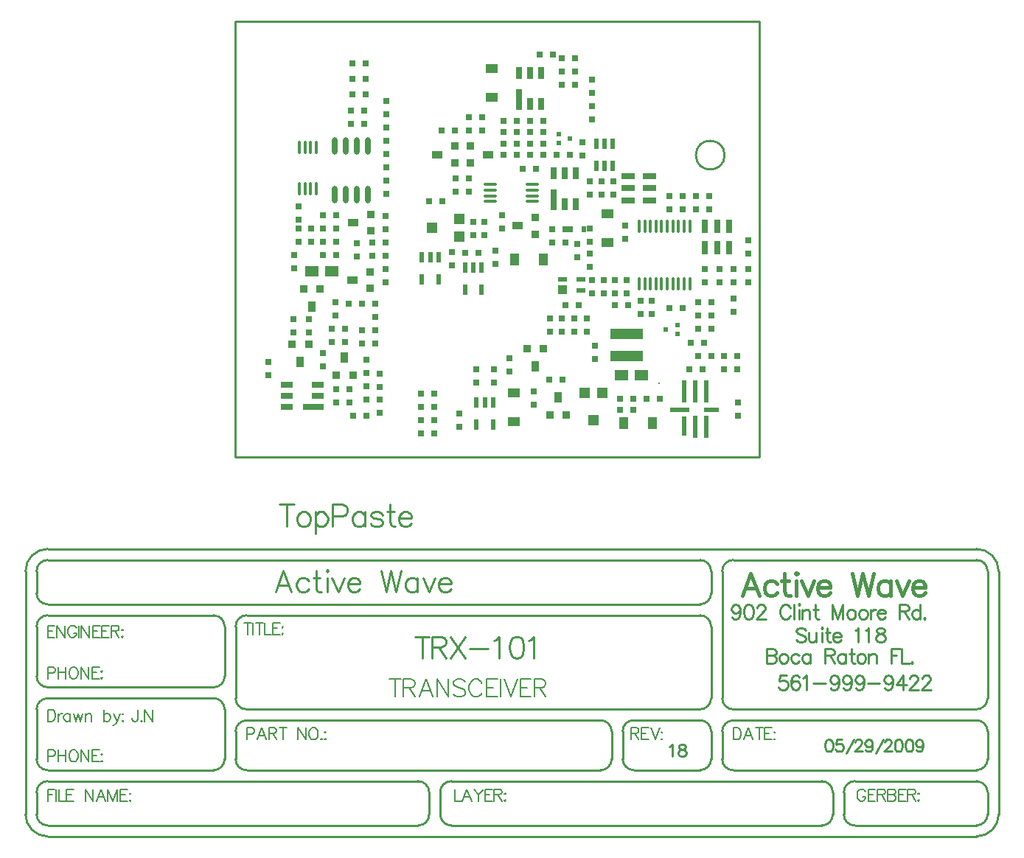
<source format=gtp>
%FSLAX23Y23*%
%MOIN*%
G70*
G01*
G75*
G04 Layer_Color=8421504*
%ADD10R,0.030X0.030*%
%ADD11R,0.030X0.030*%
%ADD12R,0.025X0.055*%
%ADD13R,0.025X0.095*%
%ADD14R,0.040X0.055*%
%ADD15R,0.055X0.040*%
%ADD16R,0.036X0.050*%
%ADD17R,0.036X0.036*%
%ADD18R,0.060X0.050*%
%ADD19R,0.150X0.050*%
%ADD20C,0.012*%
%ADD21R,0.024X0.024*%
%ADD22R,0.036X0.036*%
%ADD23R,0.050X0.036*%
%ADD24R,0.047X0.047*%
%ADD25R,0.047X0.047*%
%ADD26R,0.039X0.039*%
%ADD27R,0.039X0.020*%
%ADD28O,0.016X0.060*%
%ADD29R,0.020X0.050*%
%ADD30O,0.016X0.060*%
%ADD31O,0.024X0.080*%
%ADD32O,0.060X0.016*%
%ADD33R,0.059X0.031*%
%ADD34R,0.031X0.059*%
%ADD35R,0.090X0.024*%
%ADD36R,0.024X0.100*%
%ADD37R,0.070X0.024*%
%ADD38R,0.024X0.090*%
%ADD39R,0.055X0.025*%
%ADD40R,0.095X0.025*%
%ADD41R,0.020X0.030*%
%ADD42C,0.014*%
%ADD43C,0.012*%
%ADD44C,0.010*%
%ADD45C,0.030*%
%ADD46C,0.020*%
%ADD47C,0.008*%
%ADD48C,0.009*%
%ADD49C,0.005*%
%ADD50C,0.015*%
%ADD51C,0.045*%
%ADD52C,0.075*%
%ADD53C,0.140*%
%ADD54C,0.060*%
%ADD55C,0.062*%
%ADD56R,0.062X0.062*%
%ADD57C,0.110*%
%ADD58C,0.022*%
%ADD59C,0.010*%
%ADD60C,0.006*%
D10*
X480Y1720D02*
D03*
X540D02*
D03*
X480Y1650D02*
D03*
X540D02*
D03*
X480Y1580D02*
D03*
X540D02*
D03*
X1668Y625D02*
D03*
X1728D02*
D03*
X1008Y1414D02*
D03*
X1068D02*
D03*
X1689Y202D02*
D03*
X1749D02*
D03*
X1811D02*
D03*
X1871D02*
D03*
X1912Y611D02*
D03*
X1972D02*
D03*
X2003Y335D02*
D03*
X2063D02*
D03*
X2045Y520D02*
D03*
X2105D02*
D03*
X406Y1033D02*
D03*
X346D02*
D03*
X406Y853D02*
D03*
X346D02*
D03*
Y973D02*
D03*
X406D02*
D03*
X408Y246D02*
D03*
X468D02*
D03*
X1488Y1621D02*
D03*
X1428D02*
D03*
X1463Y1304D02*
D03*
X1403D02*
D03*
X1343Y1458D02*
D03*
X1283D02*
D03*
X1343Y1356D02*
D03*
X1283D02*
D03*
X1163Y1304D02*
D03*
X1223D02*
D03*
X2105Y640D02*
D03*
X2045D02*
D03*
X850Y165D02*
D03*
X790D02*
D03*
X850Y225D02*
D03*
X790D02*
D03*
X850Y105D02*
D03*
X790D02*
D03*
Y45D02*
D03*
X850D02*
D03*
X1505Y624D02*
D03*
X1445D02*
D03*
X2042Y396D02*
D03*
X2102D02*
D03*
X447Y460D02*
D03*
X387D02*
D03*
X406Y913D02*
D03*
X346D02*
D03*
X1283Y1304D02*
D03*
X1343D02*
D03*
X1430Y290D02*
D03*
X1370D02*
D03*
X1749Y151D02*
D03*
X1689D02*
D03*
X989Y861D02*
D03*
X1049D02*
D03*
X2221Y336D02*
D03*
X2161D02*
D03*
X2011Y456D02*
D03*
X2071D02*
D03*
X2161Y396D02*
D03*
X2221D02*
D03*
X2105Y580D02*
D03*
X2045D02*
D03*
X387Y520D02*
D03*
X447D02*
D03*
X464Y632D02*
D03*
X524D02*
D03*
X468Y186D02*
D03*
X408D02*
D03*
X569Y908D02*
D03*
X629D02*
D03*
X543Y126D02*
D03*
X483D02*
D03*
X1163Y1458D02*
D03*
X1223D02*
D03*
X1343Y1408D02*
D03*
X1283D02*
D03*
X1223D02*
D03*
X1163D02*
D03*
X1311Y1242D02*
D03*
X1251D02*
D03*
X1163Y1355D02*
D03*
X1223D02*
D03*
X1068Y1474D02*
D03*
X1008D02*
D03*
X882Y1414D02*
D03*
X942D02*
D03*
X1327Y1759D02*
D03*
X1387D02*
D03*
X888Y1096D02*
D03*
X828D02*
D03*
X629Y848D02*
D03*
X569D02*
D03*
D11*
X475Y1445D02*
D03*
Y1505D02*
D03*
X535Y1445D02*
D03*
Y1505D02*
D03*
X635Y1370D02*
D03*
Y1430D02*
D03*
Y1550D02*
D03*
Y1490D02*
D03*
X2075Y790D02*
D03*
Y730D02*
D03*
X2205Y655D02*
D03*
Y595D02*
D03*
Y730D02*
D03*
Y790D02*
D03*
X2270D02*
D03*
Y730D02*
D03*
X2140Y790D02*
D03*
Y730D02*
D03*
X2270Y920D02*
D03*
Y860D02*
D03*
X635Y1250D02*
D03*
Y1310D02*
D03*
X1616Y738D02*
D03*
Y678D02*
D03*
X1720D02*
D03*
Y738D02*
D03*
X1565Y678D02*
D03*
Y738D02*
D03*
X1784Y587D02*
D03*
Y647D02*
D03*
X1715Y927D02*
D03*
Y987D02*
D03*
X1912Y1058D02*
D03*
Y1118D02*
D03*
X1078Y942D02*
D03*
Y1002D02*
D03*
X1835Y587D02*
D03*
Y647D02*
D03*
X1552Y911D02*
D03*
Y971D02*
D03*
X1972Y1058D02*
D03*
Y1118D02*
D03*
X1578Y443D02*
D03*
Y383D02*
D03*
X1540Y564D02*
D03*
Y504D02*
D03*
X2032Y1058D02*
D03*
Y1118D02*
D03*
X2223Y184D02*
D03*
Y124D02*
D03*
X216Y793D02*
D03*
Y853D02*
D03*
X524Y452D02*
D03*
Y512D02*
D03*
X584D02*
D03*
Y452D02*
D03*
X542Y318D02*
D03*
Y378D02*
D03*
X603Y315D02*
D03*
Y255D02*
D03*
Y198D02*
D03*
Y138D02*
D03*
X1442Y970D02*
D03*
Y910D02*
D03*
X1661Y1184D02*
D03*
Y1124D02*
D03*
X1520Y1303D02*
D03*
Y1363D02*
D03*
X1428Y1741D02*
D03*
Y1681D02*
D03*
X236Y1013D02*
D03*
Y1073D02*
D03*
X1157Y1031D02*
D03*
Y971D02*
D03*
X1496Y843D02*
D03*
Y903D02*
D03*
X1428Y564D02*
D03*
Y504D02*
D03*
X1563Y1525D02*
D03*
Y1465D02*
D03*
X1606Y1184D02*
D03*
Y1124D02*
D03*
X1667Y678D02*
D03*
Y738D02*
D03*
X584Y572D02*
D03*
Y632D02*
D03*
X542Y258D02*
D03*
Y198D02*
D03*
X236Y912D02*
D03*
Y972D02*
D03*
X292Y912D02*
D03*
Y972D02*
D03*
X1564Y1585D02*
D03*
Y1645D02*
D03*
X1554Y1124D02*
D03*
Y1184D02*
D03*
X1552Y798D02*
D03*
Y858D02*
D03*
X2092Y1058D02*
D03*
Y1118D02*
D03*
X1028Y942D02*
D03*
Y1002D02*
D03*
X1484Y564D02*
D03*
Y504D02*
D03*
X1128Y871D02*
D03*
Y811D02*
D03*
X1372Y564D02*
D03*
Y504D02*
D03*
X930Y866D02*
D03*
Y806D02*
D03*
X1190Y325D02*
D03*
Y385D02*
D03*
X1300Y235D02*
D03*
Y175D02*
D03*
X214Y503D02*
D03*
Y563D02*
D03*
X283D02*
D03*
Y503D02*
D03*
X404Y640D02*
D03*
Y580D02*
D03*
X347Y348D02*
D03*
Y408D02*
D03*
X629Y728D02*
D03*
Y788D02*
D03*
X499Y907D02*
D03*
Y847D02*
D03*
X101Y308D02*
D03*
Y368D02*
D03*
X1488Y1681D02*
D03*
Y1741D02*
D03*
X1120Y335D02*
D03*
Y275D02*
D03*
X948Y1198D02*
D03*
Y1138D02*
D03*
X1382Y910D02*
D03*
Y970D02*
D03*
X629Y970D02*
D03*
Y1030D02*
D03*
X1040Y275D02*
D03*
Y335D02*
D03*
X964Y137D02*
D03*
Y77D02*
D03*
X1008Y1198D02*
D03*
Y1138D02*
D03*
X635Y1130D02*
D03*
Y1190D02*
D03*
D12*
X1390Y1221D02*
D03*
X1490D02*
D03*
X1440D02*
D03*
X1490Y1081D02*
D03*
X1440D02*
D03*
X1233Y1675D02*
D03*
X1333D02*
D03*
X1283D02*
D03*
X1333Y1535D02*
D03*
X1283D02*
D03*
D13*
X1390Y1101D02*
D03*
X1233Y1555D02*
D03*
D14*
X1344Y831D02*
D03*
X1214D02*
D03*
X1708Y92D02*
D03*
X1838D02*
D03*
D15*
X1632Y1038D02*
D03*
Y908D02*
D03*
X1210Y100D02*
D03*
Y230D02*
D03*
X1109Y1696D02*
D03*
Y1566D02*
D03*
D16*
X1307Y350D02*
D03*
X1410Y210D02*
D03*
X245Y369D02*
D03*
X296Y619D02*
D03*
X445Y390D02*
D03*
D17*
X1270Y430D02*
D03*
X1345D02*
D03*
X1447Y130D02*
D03*
X1372D02*
D03*
X208Y449D02*
D03*
X283D02*
D03*
X259Y699D02*
D03*
X334D02*
D03*
X482Y310D02*
D03*
X407D02*
D03*
D18*
X1697Y310D02*
D03*
X1787D02*
D03*
X296Y778D02*
D03*
X386D02*
D03*
D19*
X1719Y497D02*
D03*
Y397D02*
D03*
D20*
X1893Y513D02*
D03*
X1868Y272D02*
D03*
X1463Y1379D02*
D03*
X1488Y1621D02*
D03*
D21*
X1949Y535D02*
D03*
Y496D02*
D03*
X1898Y515D02*
D03*
X1412Y1360D02*
D03*
Y1399D02*
D03*
X1463Y1379D02*
D03*
D22*
X559Y777D02*
D03*
Y702D02*
D03*
X1013Y1269D02*
D03*
Y1344D02*
D03*
X942Y1344D02*
D03*
Y1269D02*
D03*
X564Y1037D02*
D03*
Y962D02*
D03*
X1307Y946D02*
D03*
Y1021D02*
D03*
D23*
X479Y740D02*
D03*
X1093Y1306D02*
D03*
X862Y1307D02*
D03*
X484Y1000D02*
D03*
X1227Y984D02*
D03*
D24*
X841Y975D02*
D03*
X963Y1015D02*
D03*
Y936D02*
D03*
D25*
X1570Y106D02*
D03*
X1531Y228D02*
D03*
X1609D02*
D03*
D26*
X1429Y697D02*
D03*
D27*
Y743D02*
D03*
X1515D02*
D03*
Y692D02*
D03*
D28*
X1776Y983D02*
D03*
X1930Y983D02*
D03*
X1955D02*
D03*
X1981D02*
D03*
X2006D02*
D03*
Y723D02*
D03*
X1955D02*
D03*
X1930D02*
D03*
X1904D02*
D03*
X1878D02*
D03*
X1853D02*
D03*
X1827D02*
D03*
X1802D02*
D03*
X1776D02*
D03*
X1904Y983D02*
D03*
X1827D02*
D03*
X1853D02*
D03*
X1878D02*
D03*
X1802D02*
D03*
X1981Y723D02*
D03*
D29*
X794Y841D02*
D03*
X832D02*
D03*
X794Y741D02*
D03*
X869Y841D02*
D03*
Y741D02*
D03*
X989Y795D02*
D03*
X1027D02*
D03*
X989Y695D02*
D03*
X1064Y795D02*
D03*
Y695D02*
D03*
X1658Y1254D02*
D03*
X1620D02*
D03*
X1658Y1354D02*
D03*
X1583Y1254D02*
D03*
Y1354D02*
D03*
X1620D02*
D03*
X1041Y187D02*
D03*
X1079D02*
D03*
X1041Y87D02*
D03*
X1116Y187D02*
D03*
Y87D02*
D03*
D30*
X317Y1152D02*
D03*
X291Y1339D02*
D03*
X266D02*
D03*
X317D02*
D03*
X240Y1152D02*
D03*
X266D02*
D03*
X240Y1339D02*
D03*
X291Y1152D02*
D03*
D31*
X551Y1125D02*
D03*
X451Y1345D02*
D03*
X551D02*
D03*
X501D02*
D03*
X401D02*
D03*
X501Y1125D02*
D03*
X451D02*
D03*
X401D02*
D03*
D32*
X1105Y1094D02*
D03*
X1292Y1120D02*
D03*
Y1146D02*
D03*
Y1094D02*
D03*
X1105Y1171D02*
D03*
Y1146D02*
D03*
X1292Y1171D02*
D03*
X1105Y1120D02*
D03*
D33*
X1726Y1154D02*
D03*
Y1209D02*
D03*
Y1098D02*
D03*
X1824Y1154D02*
D03*
Y1209D02*
D03*
Y1098D02*
D03*
D34*
X2129Y983D02*
D03*
X2184D02*
D03*
X2074D02*
D03*
X2129Y885D02*
D03*
X2184D02*
D03*
X2074D02*
D03*
D35*
X1961Y153D02*
D03*
D36*
X1981Y236D02*
D03*
X2031D02*
D03*
X2080Y237D02*
D03*
X2081Y74D02*
D03*
X2031D02*
D03*
D37*
X2103Y153D02*
D03*
D38*
X1981Y79D02*
D03*
D39*
X184Y167D02*
D03*
Y267D02*
D03*
Y217D02*
D03*
X324Y267D02*
D03*
Y217D02*
D03*
D40*
X304Y167D02*
D03*
D41*
X1526Y970D02*
D03*
X1468D02*
D03*
D44*
X183Y-275D02*
Y-375D01*
X150Y-275D02*
X217D01*
X252Y-308D02*
X243Y-313D01*
X233Y-323D01*
X229Y-337D01*
Y-346D01*
X233Y-361D01*
X243Y-370D01*
X252Y-375D01*
X267D01*
X276Y-370D01*
X286Y-361D01*
X290Y-346D01*
Y-337D01*
X286Y-323D01*
X276Y-313D01*
X267Y-308D01*
X252D01*
X312D02*
Y-408D01*
Y-323D02*
X322Y-313D01*
X331Y-308D01*
X346D01*
X355Y-313D01*
X365Y-323D01*
X369Y-337D01*
Y-346D01*
X365Y-361D01*
X355Y-370D01*
X346Y-375D01*
X331D01*
X322Y-370D01*
X312Y-361D01*
X391Y-327D02*
X434D01*
X448Y-323D01*
X453Y-318D01*
X458Y-308D01*
Y-294D01*
X453Y-285D01*
X448Y-280D01*
X434Y-275D01*
X391D01*
Y-375D01*
X537Y-308D02*
Y-375D01*
Y-323D02*
X528Y-313D01*
X518Y-308D01*
X504D01*
X494Y-313D01*
X485Y-323D01*
X480Y-337D01*
Y-346D01*
X485Y-361D01*
X494Y-370D01*
X504Y-375D01*
X518D01*
X528Y-370D01*
X537Y-361D01*
X616Y-323D02*
X611Y-313D01*
X597Y-308D01*
X583D01*
X568Y-313D01*
X564Y-323D01*
X568Y-332D01*
X578Y-337D01*
X602Y-342D01*
X611Y-346D01*
X616Y-356D01*
Y-361D01*
X611Y-370D01*
X597Y-375D01*
X583D01*
X568Y-370D01*
X564Y-361D01*
X651Y-275D02*
Y-356D01*
X656Y-370D01*
X666Y-375D01*
X675D01*
X637Y-308D02*
X670D01*
X689Y-337D02*
X747D01*
Y-327D01*
X742Y-318D01*
X737Y-313D01*
X727Y-308D01*
X713D01*
X704Y-313D01*
X694Y-323D01*
X689Y-337D01*
Y-346D01*
X694Y-361D01*
X704Y-370D01*
X713Y-375D01*
X727D01*
X737Y-370D01*
X747Y-361D01*
X2163Y1304D02*
G03*
X2163Y1304I-65J0D01*
G01*
X-50Y1910D02*
X2320D01*
Y-60D02*
Y1910D01*
X-50Y-60D02*
X2320D01*
X-50Y-60D02*
Y1910D01*
X3352Y-1301D02*
G03*
X3303Y-1252I-49J0D01*
G01*
X2202D02*
G03*
X2152Y-1302I0J-50D01*
G01*
X3302Y-1202D02*
G03*
X3352Y-1152I0J50D01*
G01*
X2152D02*
G03*
X2202Y-1202I50J0D01*
G01*
X-898Y-477D02*
G03*
X-998Y-577I0J-100D01*
G01*
Y-1676D02*
G03*
X-899Y-1777I101J0D01*
G01*
X3302Y-1777D02*
G03*
X3402Y-1677I0J100D01*
G01*
Y-577D02*
G03*
X3302Y-477I-100J0D01*
G01*
X3352Y-576D02*
G03*
X3301Y-527I-49J0D01*
G01*
X3302Y-1477D02*
G03*
X3352Y-1427I0J50D01*
G01*
X3352Y-1576D02*
G03*
X3302Y-1527I-50J-1D01*
G01*
Y-1727D02*
G03*
X3352Y-1677I0J50D01*
G01*
X2052Y-1477D02*
G03*
X2102Y-1427I0J50D01*
G01*
X2152Y-1428D02*
G03*
X2202Y-1477I49J0D01*
G01*
X2102Y-1301D02*
G03*
X2053Y-1252I-49J0D01*
G01*
X-948Y-1677D02*
G03*
X-899Y-1727I50J0D01*
G01*
X2053Y-1202D02*
G03*
X2102Y-1152I-1J50D01*
G01*
X-898Y-1527D02*
G03*
X-948Y-1577I0J-50D01*
G01*
X2102Y-827D02*
G03*
X2052Y-777I-50J0D01*
G01*
Y-727D02*
G03*
X2102Y-677I0J50D01*
G01*
X2202Y-527D02*
G03*
X2152Y-577I0J-50D01*
G01*
X2102D02*
G03*
X2052Y-527I-50J0D01*
G01*
X-898D02*
G03*
X-948Y-577I0J-50D01*
G01*
Y-677D02*
G03*
X-898Y-727I50J0D01*
G01*
Y-777D02*
G03*
X-948Y-827I0J-50D01*
G01*
Y-1052D02*
G03*
X-898Y-1102I50J0D01*
G01*
Y-1152D02*
G03*
X-948Y-1202I0J-50D01*
G01*
Y-1427D02*
G03*
X-899Y-1477I50J0D01*
G01*
X2Y-777D02*
G03*
X-48Y-827I0J-50D01*
G01*
X2Y-1252D02*
G03*
X-48Y-1302I0J-50D01*
G01*
X1750Y-1252D02*
G03*
X1702Y-1302I0J-48D01*
G01*
X1702Y-1426D02*
G03*
X1752Y-1477I51J0D01*
G01*
X1603Y-1477D02*
G03*
X1652Y-1427I0J49D01*
G01*
X1652Y-1301D02*
G03*
X1603Y-1252I-49J0D01*
G01*
X-147Y-1477D02*
G03*
X-98Y-1428I0J49D01*
G01*
X-48D02*
G03*
X1Y-1477I49J0D01*
G01*
X-48Y-1153D02*
G03*
X1Y-1202I49J0D01*
G01*
X-98Y-1201D02*
G03*
X-149Y-1152I-49J0D01*
G01*
X-146Y-1102D02*
G03*
X-98Y-1054I0J48D01*
G01*
Y-826D02*
G03*
X-147Y-777I-49J0D01*
G01*
X2752Y-1527D02*
G03*
X2702Y-1577I0J-50D01*
G01*
Y-1678D02*
G03*
X2752Y-1727I49J0D01*
G01*
X2603Y-1727D02*
G03*
X2652Y-1677I1J48D01*
G01*
X2652Y-1577D02*
G03*
X2602Y-1527I-50J0D01*
G01*
X877Y-1677D02*
G03*
X926Y-1727I50J0D01*
G01*
X927Y-1527D02*
G03*
X877Y-1577I0J-50D01*
G01*
X778Y-1727D02*
G03*
X827Y-1677I1J48D01*
G01*
X827Y-1577D02*
G03*
X777Y-1527I-50J0D01*
G01*
X3352Y-1427D02*
Y-1301D01*
X2152Y-1427D02*
Y-1302D01*
X3352Y-1152D02*
Y-577D01*
X2152Y-1152D02*
Y-577D01*
X-998Y-1677D02*
Y-577D01*
X-948Y-1677D02*
Y-1577D01*
X3352Y-1677D02*
Y-1577D01*
X2102Y-1427D02*
Y-1302D01*
X1702Y-1427D02*
Y-1302D01*
X-48Y-1427D02*
Y-1302D01*
X1652Y-1427D02*
Y-1302D01*
X-48Y-1152D02*
Y-827D01*
X2102Y-1152D02*
Y-827D01*
Y-677D02*
Y-577D01*
X-948Y-677D02*
Y-577D01*
X-98Y-1052D02*
Y-827D01*
X-948Y-1052D02*
Y-827D01*
X-98Y-1427D02*
Y-1202D01*
X-948Y-1427D02*
Y-1202D01*
X3402Y-1677D02*
Y-577D01*
X2702Y-1677D02*
Y-1577D01*
X2652Y-1677D02*
Y-1577D01*
X877Y-1677D02*
Y-1577D01*
X827Y-1677D02*
Y-1577D01*
X2202Y-1252D02*
X3302D01*
X2202Y-1202D02*
X3302D01*
X2D02*
X2052D01*
X2202Y-527D02*
X3302D01*
X2202Y-1477D02*
X3302D01*
X1752Y-1252D02*
X2052D01*
X1752Y-1477D02*
X2052D01*
X2D02*
X1602D01*
X2Y-1252D02*
X1602D01*
X2Y-777D02*
X2052D01*
X-898Y-727D02*
X2052D01*
X-898Y-777D02*
X-148D01*
X-898Y-1102D02*
X-148D01*
X-898Y-1152D02*
X-148D01*
X-898Y-1477D02*
X-148D01*
X-898Y-477D02*
X3302D01*
X-898Y-1777D02*
X3302D01*
X-898Y-527D02*
X2052D01*
X2752Y-1527D02*
X3302D01*
X2752Y-1727D02*
X3302D01*
X927Y-1527D02*
X2602D01*
X-898D02*
X777D01*
X-898Y-1727D02*
X777D01*
X927D02*
X2602D01*
X2353Y-929D02*
Y-993D01*
Y-929D02*
X2380D01*
X2389Y-932D01*
X2392Y-935D01*
X2396Y-941D01*
Y-947D01*
X2392Y-953D01*
X2389Y-956D01*
X2380Y-959D01*
X2353D02*
X2380D01*
X2389Y-962D01*
X2392Y-965D01*
X2396Y-971D01*
Y-981D01*
X2392Y-987D01*
X2389Y-990D01*
X2380Y-993D01*
X2353D01*
X2425Y-950D02*
X2419Y-953D01*
X2413Y-959D01*
X2410Y-968D01*
Y-974D01*
X2413Y-984D01*
X2419Y-990D01*
X2425Y-993D01*
X2434D01*
X2440Y-990D01*
X2446Y-984D01*
X2449Y-974D01*
Y-968D01*
X2446Y-959D01*
X2440Y-953D01*
X2434Y-950D01*
X2425D01*
X2500Y-959D02*
X2494Y-953D01*
X2488Y-950D01*
X2479D01*
X2473Y-953D01*
X2467Y-959D01*
X2463Y-968D01*
Y-974D01*
X2467Y-984D01*
X2473Y-990D01*
X2479Y-993D01*
X2488D01*
X2494Y-990D01*
X2500Y-984D01*
X2550Y-950D02*
Y-993D01*
Y-959D02*
X2544Y-953D01*
X2538Y-950D01*
X2529D01*
X2523Y-953D01*
X2517Y-959D01*
X2514Y-968D01*
Y-974D01*
X2517Y-984D01*
X2523Y-990D01*
X2529Y-993D01*
X2538D01*
X2544Y-990D01*
X2550Y-984D01*
X2618Y-929D02*
Y-993D01*
Y-929D02*
X2645D01*
X2654Y-932D01*
X2657Y-935D01*
X2660Y-941D01*
Y-947D01*
X2657Y-953D01*
X2654Y-956D01*
X2645Y-959D01*
X2618D01*
X2639D02*
X2660Y-993D01*
X2711Y-950D02*
Y-993D01*
Y-959D02*
X2705Y-953D01*
X2699Y-950D01*
X2690D01*
X2684Y-953D01*
X2678Y-959D01*
X2675Y-968D01*
Y-974D01*
X2678Y-984D01*
X2684Y-990D01*
X2690Y-993D01*
X2699D01*
X2705Y-990D01*
X2711Y-984D01*
X2737Y-929D02*
Y-981D01*
X2740Y-990D01*
X2747Y-993D01*
X2753D01*
X2728Y-950D02*
X2750D01*
X2777D02*
X2771Y-953D01*
X2765Y-959D01*
X2762Y-968D01*
Y-974D01*
X2765Y-984D01*
X2771Y-990D01*
X2777Y-993D01*
X2786D01*
X2792Y-990D01*
X2798Y-984D01*
X2801Y-974D01*
Y-968D01*
X2798Y-959D01*
X2792Y-953D01*
X2786Y-950D01*
X2777D01*
X2815D02*
Y-993D01*
Y-962D02*
X2825Y-953D01*
X2831Y-950D01*
X2840D01*
X2846Y-953D01*
X2849Y-962D01*
Y-993D01*
X2916Y-929D02*
Y-993D01*
Y-929D02*
X2956D01*
X2916Y-959D02*
X2940D01*
X2963Y-929D02*
Y-993D01*
X2999D01*
X3009Y-987D02*
X3006Y-990D01*
X3009Y-993D01*
X3013Y-990D01*
X3009Y-987D01*
X2232Y-750D02*
X2229Y-759D01*
X2223Y-765D01*
X2214Y-768D01*
X2211D01*
X2202Y-765D01*
X2196Y-759D01*
X2193Y-750D01*
Y-747D01*
X2196Y-738D01*
X2202Y-732D01*
X2211Y-729D01*
X2214D01*
X2223Y-732D01*
X2229Y-738D01*
X2232Y-750D01*
Y-765D01*
X2229Y-781D01*
X2223Y-790D01*
X2214Y-793D01*
X2208D01*
X2199Y-790D01*
X2196Y-784D01*
X2268Y-729D02*
X2259Y-732D01*
X2253Y-741D01*
X2250Y-756D01*
Y-765D01*
X2253Y-781D01*
X2259Y-790D01*
X2268Y-793D01*
X2274D01*
X2283Y-790D01*
X2289Y-781D01*
X2292Y-765D01*
Y-756D01*
X2289Y-741D01*
X2283Y-732D01*
X2274Y-729D01*
X2268D01*
X2310Y-744D02*
Y-741D01*
X2313Y-735D01*
X2316Y-732D01*
X2322Y-729D01*
X2334D01*
X2340Y-732D01*
X2343Y-735D01*
X2346Y-741D01*
Y-747D01*
X2343Y-753D01*
X2337Y-762D01*
X2307Y-793D01*
X2349D01*
X2460Y-744D02*
X2457Y-738D01*
X2451Y-732D01*
X2445Y-729D01*
X2432D01*
X2426Y-732D01*
X2420Y-738D01*
X2417Y-744D01*
X2414Y-753D01*
Y-768D01*
X2417Y-777D01*
X2420Y-784D01*
X2426Y-790D01*
X2432Y-793D01*
X2445D01*
X2451Y-790D01*
X2457Y-784D01*
X2460Y-777D01*
X2478Y-729D02*
Y-793D01*
X2497Y-729D02*
X2500Y-732D01*
X2503Y-729D01*
X2500Y-726D01*
X2497Y-729D01*
X2500Y-750D02*
Y-793D01*
X2515Y-750D02*
Y-793D01*
Y-762D02*
X2524Y-753D01*
X2530Y-750D01*
X2539D01*
X2545Y-753D01*
X2548Y-762D01*
Y-793D01*
X2574Y-729D02*
Y-781D01*
X2577Y-790D01*
X2583Y-793D01*
X2589D01*
X2565Y-750D02*
X2586D01*
X2649Y-729D02*
Y-793D01*
Y-729D02*
X2673Y-793D01*
X2697Y-729D02*
X2673Y-793D01*
X2697Y-729D02*
Y-793D01*
X2731Y-750D02*
X2725Y-753D01*
X2719Y-759D01*
X2716Y-768D01*
Y-774D01*
X2719Y-784D01*
X2725Y-790D01*
X2731Y-793D01*
X2740D01*
X2746Y-790D01*
X2752Y-784D01*
X2755Y-774D01*
Y-768D01*
X2752Y-759D01*
X2746Y-753D01*
X2740Y-750D01*
X2731D01*
X2785D02*
X2778Y-753D01*
X2772Y-759D01*
X2769Y-768D01*
Y-774D01*
X2772Y-784D01*
X2778Y-790D01*
X2785Y-793D01*
X2794D01*
X2800Y-790D01*
X2806Y-784D01*
X2809Y-774D01*
Y-768D01*
X2806Y-759D01*
X2800Y-753D01*
X2794Y-750D01*
X2785D01*
X2823D02*
Y-793D01*
Y-768D02*
X2826Y-759D01*
X2832Y-753D01*
X2838Y-750D01*
X2847D01*
X2853Y-768D02*
X2890D01*
Y-762D01*
X2887Y-756D01*
X2884Y-753D01*
X2878Y-750D01*
X2868D01*
X2862Y-753D01*
X2856Y-759D01*
X2853Y-768D01*
Y-774D01*
X2856Y-784D01*
X2862Y-790D01*
X2868Y-793D01*
X2878D01*
X2884Y-790D01*
X2890Y-784D01*
X2954Y-729D02*
Y-793D01*
Y-729D02*
X2981D01*
X2990Y-732D01*
X2993Y-735D01*
X2996Y-741D01*
Y-747D01*
X2993Y-753D01*
X2990Y-756D01*
X2981Y-759D01*
X2954D01*
X2975D02*
X2996Y-793D01*
X3047Y-729D02*
Y-793D01*
Y-759D02*
X3041Y-753D01*
X3035Y-750D01*
X3026D01*
X3020Y-753D01*
X3014Y-759D01*
X3011Y-768D01*
Y-774D01*
X3014Y-784D01*
X3020Y-790D01*
X3026Y-793D01*
X3035D01*
X3041Y-790D01*
X3047Y-784D01*
X3067Y-787D02*
X3064Y-790D01*
X3067Y-793D01*
X3070Y-790D01*
X3067Y-787D01*
X2444Y-1049D02*
X2414D01*
X2411Y-1076D01*
X2414Y-1073D01*
X2423Y-1070D01*
X2432D01*
X2441Y-1073D01*
X2447Y-1079D01*
X2451Y-1088D01*
Y-1094D01*
X2447Y-1104D01*
X2441Y-1110D01*
X2432Y-1113D01*
X2423D01*
X2414Y-1110D01*
X2411Y-1107D01*
X2408Y-1101D01*
X2501Y-1058D02*
X2498Y-1052D01*
X2489Y-1049D01*
X2483D01*
X2474Y-1052D01*
X2468Y-1061D01*
X2465Y-1076D01*
Y-1091D01*
X2468Y-1104D01*
X2474Y-1110D01*
X2483Y-1113D01*
X2486D01*
X2495Y-1110D01*
X2501Y-1104D01*
X2504Y-1094D01*
Y-1091D01*
X2501Y-1082D01*
X2495Y-1076D01*
X2486Y-1073D01*
X2483D01*
X2474Y-1076D01*
X2468Y-1082D01*
X2465Y-1091D01*
X2518Y-1061D02*
X2525Y-1058D01*
X2534Y-1049D01*
Y-1113D01*
X2565Y-1085D02*
X2620D01*
X2679Y-1070D02*
X2676Y-1079D01*
X2670Y-1085D01*
X2660Y-1088D01*
X2657D01*
X2648Y-1085D01*
X2642Y-1079D01*
X2639Y-1070D01*
Y-1067D01*
X2642Y-1058D01*
X2648Y-1052D01*
X2657Y-1049D01*
X2660D01*
X2670Y-1052D01*
X2676Y-1058D01*
X2679Y-1070D01*
Y-1085D01*
X2676Y-1101D01*
X2670Y-1110D01*
X2660Y-1113D01*
X2654D01*
X2645Y-1110D01*
X2642Y-1104D01*
X2736Y-1070D02*
X2733Y-1079D01*
X2727Y-1085D01*
X2717Y-1088D01*
X2714D01*
X2705Y-1085D01*
X2699Y-1079D01*
X2696Y-1070D01*
Y-1067D01*
X2699Y-1058D01*
X2705Y-1052D01*
X2714Y-1049D01*
X2717D01*
X2727Y-1052D01*
X2733Y-1058D01*
X2736Y-1070D01*
Y-1085D01*
X2733Y-1101D01*
X2727Y-1110D01*
X2717Y-1113D01*
X2711D01*
X2702Y-1110D01*
X2699Y-1104D01*
X2793Y-1070D02*
X2790Y-1079D01*
X2784Y-1085D01*
X2774Y-1088D01*
X2771D01*
X2762Y-1085D01*
X2756Y-1079D01*
X2753Y-1070D01*
Y-1067D01*
X2756Y-1058D01*
X2762Y-1052D01*
X2771Y-1049D01*
X2774D01*
X2784Y-1052D01*
X2790Y-1058D01*
X2793Y-1070D01*
Y-1085D01*
X2790Y-1101D01*
X2784Y-1110D01*
X2774Y-1113D01*
X2768D01*
X2759Y-1110D01*
X2756Y-1104D01*
X2810Y-1085D02*
X2865D01*
X2923Y-1070D02*
X2920Y-1079D01*
X2914Y-1085D01*
X2905Y-1088D01*
X2902D01*
X2893Y-1085D01*
X2887Y-1079D01*
X2884Y-1070D01*
Y-1067D01*
X2887Y-1058D01*
X2893Y-1052D01*
X2902Y-1049D01*
X2905D01*
X2914Y-1052D01*
X2920Y-1058D01*
X2923Y-1070D01*
Y-1085D01*
X2920Y-1101D01*
X2914Y-1110D01*
X2905Y-1113D01*
X2899D01*
X2890Y-1110D01*
X2887Y-1104D01*
X2971Y-1049D02*
X2941Y-1091D01*
X2986D01*
X2971Y-1049D02*
Y-1113D01*
X3001Y-1064D02*
Y-1061D01*
X3004Y-1055D01*
X3007Y-1052D01*
X3013Y-1049D01*
X3025D01*
X3031Y-1052D01*
X3034Y-1055D01*
X3037Y-1061D01*
Y-1067D01*
X3034Y-1073D01*
X3028Y-1082D01*
X2998Y-1113D01*
X3040D01*
X3058Y-1064D02*
Y-1061D01*
X3061Y-1055D01*
X3064Y-1052D01*
X3070Y-1049D01*
X3082D01*
X3088Y-1052D01*
X3091Y-1055D01*
X3094Y-1061D01*
Y-1067D01*
X3091Y-1073D01*
X3085Y-1082D01*
X3055Y-1113D01*
X3097D01*
X2531Y-843D02*
X2524Y-837D01*
X2515Y-834D01*
X2503D01*
X2494Y-837D01*
X2488Y-843D01*
Y-849D01*
X2491Y-855D01*
X2494Y-858D01*
X2500Y-861D01*
X2518Y-867D01*
X2524Y-870D01*
X2527Y-873D01*
X2531Y-879D01*
Y-889D01*
X2524Y-895D01*
X2515Y-898D01*
X2503D01*
X2494Y-895D01*
X2488Y-889D01*
X2545Y-855D02*
Y-886D01*
X2548Y-895D01*
X2554Y-898D01*
X2563D01*
X2569Y-895D01*
X2578Y-886D01*
Y-855D02*
Y-898D01*
X2601Y-834D02*
X2604Y-837D01*
X2607Y-834D01*
X2604Y-831D01*
X2601Y-834D01*
X2604Y-855D02*
Y-898D01*
X2628Y-834D02*
Y-886D01*
X2631Y-895D01*
X2637Y-898D01*
X2643D01*
X2619Y-855D02*
X2640D01*
X2652Y-873D02*
X2689D01*
Y-867D01*
X2686Y-861D01*
X2683Y-858D01*
X2676Y-855D01*
X2667D01*
X2661Y-858D01*
X2655Y-864D01*
X2652Y-873D01*
Y-879D01*
X2655Y-889D01*
X2661Y-895D01*
X2667Y-898D01*
X2676D01*
X2683Y-895D01*
X2689Y-889D01*
X2753Y-846D02*
X2759Y-843D01*
X2768Y-834D01*
Y-898D01*
X2800Y-846D02*
X2806Y-843D01*
X2815Y-834D01*
Y-898D01*
X2862Y-834D02*
X2853Y-837D01*
X2850Y-843D01*
Y-849D01*
X2853Y-855D01*
X2859Y-858D01*
X2871Y-861D01*
X2880Y-864D01*
X2886Y-870D01*
X2889Y-876D01*
Y-886D01*
X2886Y-892D01*
X2883Y-895D01*
X2874Y-898D01*
X2862D01*
X2853Y-895D01*
X2850Y-892D01*
X2846Y-886D01*
Y-876D01*
X2850Y-870D01*
X2856Y-864D01*
X2865Y-861D01*
X2877Y-858D01*
X2883Y-855D01*
X2886Y-849D01*
Y-843D01*
X2883Y-837D01*
X2874Y-834D01*
X2862D01*
D47*
X-50Y-60D02*
X-20D01*
X-50D02*
Y-22D01*
Y-60D02*
Y-22D01*
X-490Y-1205D02*
Y-1245D01*
X-492Y-1253D01*
X-495Y-1255D01*
X-500Y-1258D01*
X-505D01*
X-510Y-1255D01*
X-513Y-1253D01*
X-515Y-1245D01*
Y-1240D01*
X-474Y-1253D02*
X-476Y-1255D01*
X-474Y-1258D01*
X-471Y-1255D01*
X-474Y-1253D01*
X-459Y-1205D02*
Y-1258D01*
Y-1205D02*
X-424Y-1258D01*
Y-1205D02*
Y-1258D01*
X675Y-1066D02*
Y-1146D01*
X648Y-1066D02*
X701D01*
X711D02*
Y-1146D01*
Y-1066D02*
X745D01*
X757Y-1070D01*
X760Y-1074D01*
X764Y-1081D01*
Y-1089D01*
X760Y-1096D01*
X757Y-1100D01*
X745Y-1104D01*
X711D01*
X738D02*
X764Y-1146D01*
X843D02*
X813Y-1066D01*
X782Y-1146D01*
X793Y-1119D02*
X832D01*
X862Y-1066D02*
Y-1146D01*
Y-1066D02*
X915Y-1146D01*
Y-1066D02*
Y-1146D01*
X990Y-1077D02*
X983Y-1070D01*
X971Y-1066D01*
X956D01*
X945Y-1070D01*
X937Y-1077D01*
Y-1085D01*
X941Y-1093D01*
X945Y-1096D01*
X952Y-1100D01*
X975Y-1108D01*
X983Y-1112D01*
X987Y-1116D01*
X990Y-1123D01*
Y-1135D01*
X983Y-1142D01*
X971Y-1146D01*
X956D01*
X945Y-1142D01*
X937Y-1135D01*
X1065Y-1085D02*
X1062Y-1077D01*
X1054Y-1070D01*
X1046Y-1066D01*
X1031D01*
X1024Y-1070D01*
X1016Y-1077D01*
X1012Y-1085D01*
X1008Y-1096D01*
Y-1116D01*
X1012Y-1127D01*
X1016Y-1135D01*
X1024Y-1142D01*
X1031Y-1146D01*
X1046D01*
X1054Y-1142D01*
X1062Y-1135D01*
X1065Y-1127D01*
X1137Y-1066D02*
X1088D01*
Y-1146D01*
X1137D01*
X1088Y-1104D02*
X1118D01*
X1151Y-1066D02*
Y-1146D01*
X1168Y-1066D02*
X1198Y-1146D01*
X1228Y-1066D02*
X1198Y-1146D01*
X1288Y-1066D02*
X1239D01*
Y-1146D01*
X1288D01*
X1239Y-1104D02*
X1269D01*
X1302Y-1066D02*
Y-1146D01*
Y-1066D02*
X1336D01*
X1347Y-1070D01*
X1351Y-1074D01*
X1355Y-1081D01*
Y-1089D01*
X1351Y-1096D01*
X1347Y-1100D01*
X1336Y-1104D01*
X1302D01*
X1328D02*
X1355Y-1146D01*
D48*
X1914Y-1371D02*
X1919Y-1369D01*
X1927Y-1361D01*
Y-1414D01*
X1966Y-1361D02*
X1958Y-1364D01*
X1956Y-1369D01*
Y-1374D01*
X1958Y-1379D01*
X1964Y-1381D01*
X1974Y-1384D01*
X1981Y-1386D01*
X1986Y-1392D01*
X1989Y-1397D01*
Y-1404D01*
X1986Y-1409D01*
X1984Y-1412D01*
X1976Y-1414D01*
X1966D01*
X1958Y-1412D01*
X1956Y-1409D01*
X1953Y-1404D01*
Y-1397D01*
X1956Y-1392D01*
X1961Y-1386D01*
X1969Y-1384D01*
X1979Y-1381D01*
X1984Y-1379D01*
X1986Y-1374D01*
Y-1369D01*
X1984Y-1364D01*
X1976Y-1361D01*
X1966D01*
X796Y-874D02*
Y-970D01*
X764Y-874D02*
X828D01*
X839D02*
Y-970D01*
Y-874D02*
X881D01*
X894Y-879D01*
X899Y-883D01*
X903Y-892D01*
Y-901D01*
X899Y-911D01*
X894Y-915D01*
X881Y-920D01*
X839D01*
X871D02*
X903Y-970D01*
X925Y-874D02*
X989Y-970D01*
Y-874D02*
X925Y-970D01*
X1010Y-929D02*
X1093D01*
X1121Y-892D02*
X1130Y-888D01*
X1144Y-874D01*
Y-970D01*
X1219Y-874D02*
X1205Y-879D01*
X1196Y-892D01*
X1191Y-915D01*
Y-929D01*
X1196Y-952D01*
X1205Y-965D01*
X1219Y-970D01*
X1228D01*
X1242Y-965D01*
X1251Y-952D01*
X1255Y-929D01*
Y-915D01*
X1251Y-892D01*
X1242Y-879D01*
X1228Y-874D01*
X1219D01*
X1277Y-892D02*
X1286Y-888D01*
X1300Y-874D01*
Y-970D01*
X205Y-672D02*
X168Y-576D01*
X132Y-672D01*
X145Y-640D02*
X191D01*
X282Y-622D02*
X273Y-612D01*
X264Y-608D01*
X250D01*
X241Y-612D01*
X232Y-622D01*
X227Y-635D01*
Y-644D01*
X232Y-658D01*
X241Y-667D01*
X250Y-672D01*
X264D01*
X273Y-667D01*
X282Y-658D01*
X316Y-576D02*
Y-654D01*
X321Y-667D01*
X330Y-672D01*
X339D01*
X303Y-608D02*
X335D01*
X362Y-576D02*
X367Y-580D01*
X371Y-576D01*
X367Y-571D01*
X362Y-576D01*
X367Y-608D02*
Y-672D01*
X388Y-608D02*
X416Y-672D01*
X443Y-608D02*
X416Y-672D01*
X459Y-635D02*
X513D01*
Y-626D01*
X509Y-617D01*
X504Y-612D01*
X495Y-608D01*
X481D01*
X472Y-612D01*
X463Y-622D01*
X459Y-635D01*
Y-644D01*
X463Y-658D01*
X472Y-667D01*
X481Y-672D01*
X495D01*
X504Y-667D01*
X513Y-658D01*
X609Y-576D02*
X632Y-672D01*
X655Y-576D02*
X632Y-672D01*
X655Y-576D02*
X678Y-672D01*
X701Y-576D02*
X678Y-672D01*
X775Y-608D02*
Y-672D01*
Y-622D02*
X766Y-612D01*
X757Y-608D01*
X743D01*
X734Y-612D01*
X725Y-622D01*
X720Y-635D01*
Y-644D01*
X725Y-658D01*
X734Y-667D01*
X743Y-672D01*
X757D01*
X766Y-667D01*
X775Y-658D01*
X800Y-608D02*
X828Y-672D01*
X855Y-608D02*
X828Y-672D01*
X871Y-635D02*
X926D01*
Y-626D01*
X921Y-617D01*
X917Y-612D01*
X907Y-608D01*
X894D01*
X885Y-612D01*
X875Y-622D01*
X871Y-635D01*
Y-644D01*
X875Y-658D01*
X885Y-667D01*
X894Y-672D01*
X907D01*
X917Y-667D01*
X926Y-658D01*
X2632Y-1339D02*
X2624Y-1342D01*
X2619Y-1349D01*
X2617Y-1362D01*
Y-1370D01*
X2619Y-1382D01*
X2624Y-1390D01*
X2632Y-1392D01*
X2637D01*
X2644Y-1390D01*
X2650Y-1382D01*
X2652Y-1370D01*
Y-1362D01*
X2650Y-1349D01*
X2644Y-1342D01*
X2637Y-1339D01*
X2632D01*
X2695D02*
X2669D01*
X2667Y-1362D01*
X2669Y-1359D01*
X2677Y-1357D01*
X2684D01*
X2692Y-1359D01*
X2697Y-1364D01*
X2700Y-1372D01*
Y-1377D01*
X2697Y-1385D01*
X2692Y-1390D01*
X2684Y-1392D01*
X2677D01*
X2669Y-1390D01*
X2667Y-1387D01*
X2664Y-1382D01*
X2712Y-1400D02*
X2747Y-1339D01*
X2753Y-1352D02*
Y-1349D01*
X2756Y-1344D01*
X2758Y-1342D01*
X2763Y-1339D01*
X2773D01*
X2779Y-1342D01*
X2781Y-1344D01*
X2784Y-1349D01*
Y-1354D01*
X2781Y-1359D01*
X2776Y-1367D01*
X2751Y-1392D01*
X2786D01*
X2831Y-1357D02*
X2829Y-1364D01*
X2823Y-1370D01*
X2816Y-1372D01*
X2813D01*
X2806Y-1370D01*
X2801Y-1364D01*
X2798Y-1357D01*
Y-1354D01*
X2801Y-1347D01*
X2806Y-1342D01*
X2813Y-1339D01*
X2816D01*
X2823Y-1342D01*
X2829Y-1347D01*
X2831Y-1357D01*
Y-1370D01*
X2829Y-1382D01*
X2823Y-1390D01*
X2816Y-1392D01*
X2811D01*
X2803Y-1390D01*
X2801Y-1385D01*
X2846Y-1400D02*
X2881Y-1339D01*
X2887Y-1352D02*
Y-1349D01*
X2890Y-1344D01*
X2892Y-1342D01*
X2897Y-1339D01*
X2908D01*
X2913Y-1342D01*
X2915Y-1344D01*
X2918Y-1349D01*
Y-1354D01*
X2915Y-1359D01*
X2910Y-1367D01*
X2885Y-1392D01*
X2920D01*
X2947Y-1339D02*
X2940Y-1342D01*
X2935Y-1349D01*
X2932Y-1362D01*
Y-1370D01*
X2935Y-1382D01*
X2940Y-1390D01*
X2947Y-1392D01*
X2952D01*
X2960Y-1390D01*
X2965Y-1382D01*
X2968Y-1370D01*
Y-1362D01*
X2965Y-1349D01*
X2960Y-1342D01*
X2952Y-1339D01*
X2947D01*
X2995D02*
X2987Y-1342D01*
X2982Y-1349D01*
X2980Y-1362D01*
Y-1370D01*
X2982Y-1382D01*
X2987Y-1390D01*
X2995Y-1392D01*
X3000D01*
X3008Y-1390D01*
X3013Y-1382D01*
X3015Y-1370D01*
Y-1362D01*
X3013Y-1349D01*
X3008Y-1342D01*
X3000Y-1339D01*
X2995D01*
X3060Y-1357D02*
X3058Y-1364D01*
X3053Y-1370D01*
X3045Y-1372D01*
X3042D01*
X3035Y-1370D01*
X3030Y-1364D01*
X3027Y-1357D01*
Y-1354D01*
X3030Y-1347D01*
X3035Y-1342D01*
X3042Y-1339D01*
X3045D01*
X3053Y-1342D01*
X3058Y-1347D01*
X3060Y-1357D01*
Y-1370D01*
X3058Y-1382D01*
X3053Y-1390D01*
X3045Y-1392D01*
X3040D01*
X3032Y-1390D01*
X3030Y-1385D01*
D49*
X2202Y-1286D02*
Y-1339D01*
Y-1286D02*
X2220D01*
X2227Y-1289D01*
X2232Y-1294D01*
X2235Y-1299D01*
X2237Y-1306D01*
Y-1319D01*
X2235Y-1327D01*
X2232Y-1332D01*
X2227Y-1337D01*
X2220Y-1339D01*
X2202D01*
X2290D02*
X2270Y-1286D01*
X2249Y-1339D01*
X2257Y-1322D02*
X2282D01*
X2320Y-1286D02*
Y-1339D01*
X2302Y-1286D02*
X2338D01*
X2377D02*
X2344D01*
Y-1339D01*
X2377D01*
X2344Y-1311D02*
X2365D01*
X2389Y-1304D02*
X2386Y-1306D01*
X2389Y-1309D01*
X2391Y-1306D01*
X2389Y-1304D01*
Y-1334D02*
X2386Y-1337D01*
X2389Y-1339D01*
X2391Y-1337D01*
X2389Y-1334D01*
X1739Y-1286D02*
Y-1339D01*
Y-1286D02*
X1762D01*
X1770Y-1289D01*
X1772Y-1291D01*
X1775Y-1296D01*
Y-1301D01*
X1772Y-1306D01*
X1770Y-1309D01*
X1762Y-1311D01*
X1739D01*
X1757D02*
X1775Y-1339D01*
X1820Y-1286D02*
X1787D01*
Y-1339D01*
X1820D01*
X1787Y-1311D02*
X1807D01*
X1829Y-1286D02*
X1849Y-1339D01*
X1869Y-1286D02*
X1849Y-1339D01*
X1879Y-1304D02*
X1876Y-1306D01*
X1879Y-1309D01*
X1881Y-1306D01*
X1879Y-1304D01*
Y-1334D02*
X1876Y-1337D01*
X1879Y-1339D01*
X1881Y-1337D01*
X1879Y-1334D01*
X-898Y-1039D02*
X-875D01*
X-868Y-1036D01*
X-865Y-1034D01*
X-863Y-1029D01*
Y-1021D01*
X-865Y-1016D01*
X-868Y-1014D01*
X-875Y-1011D01*
X-898D01*
Y-1064D01*
X-851Y-1011D02*
Y-1064D01*
X-815Y-1011D02*
Y-1064D01*
X-851Y-1036D02*
X-815D01*
X-785Y-1011D02*
X-790Y-1014D01*
X-795Y-1019D01*
X-798Y-1024D01*
X-800Y-1031D01*
Y-1044D01*
X-798Y-1052D01*
X-795Y-1057D01*
X-790Y-1062D01*
X-785Y-1064D01*
X-775D01*
X-770Y-1062D01*
X-765Y-1057D01*
X-762Y-1052D01*
X-760Y-1044D01*
Y-1031D01*
X-762Y-1024D01*
X-765Y-1019D01*
X-770Y-1014D01*
X-775Y-1011D01*
X-785D01*
X-747D02*
Y-1064D01*
Y-1011D02*
X-712Y-1064D01*
Y-1011D02*
Y-1064D01*
X-664Y-1011D02*
X-697D01*
Y-1064D01*
X-664D01*
X-697Y-1036D02*
X-677D01*
X-653Y-1029D02*
X-655Y-1031D01*
X-653Y-1034D01*
X-650Y-1031D01*
X-653Y-1029D01*
Y-1059D02*
X-655Y-1062D01*
X-653Y-1064D01*
X-650Y-1062D01*
X-653Y-1059D01*
X-898Y-1414D02*
X-875D01*
X-868Y-1411D01*
X-865Y-1409D01*
X-863Y-1404D01*
Y-1396D01*
X-865Y-1391D01*
X-868Y-1389D01*
X-875Y-1386D01*
X-898D01*
Y-1439D01*
X-851Y-1386D02*
Y-1439D01*
X-815Y-1386D02*
Y-1439D01*
X-851Y-1411D02*
X-815D01*
X-785Y-1386D02*
X-790Y-1389D01*
X-795Y-1394D01*
X-798Y-1399D01*
X-800Y-1406D01*
Y-1419D01*
X-798Y-1427D01*
X-795Y-1432D01*
X-790Y-1437D01*
X-785Y-1439D01*
X-775D01*
X-770Y-1437D01*
X-765Y-1432D01*
X-762Y-1427D01*
X-760Y-1419D01*
Y-1406D01*
X-762Y-1399D01*
X-765Y-1394D01*
X-770Y-1389D01*
X-775Y-1386D01*
X-785D01*
X-747D02*
Y-1439D01*
Y-1386D02*
X-712Y-1439D01*
Y-1386D02*
Y-1439D01*
X-664Y-1386D02*
X-697D01*
Y-1439D01*
X-664D01*
X-697Y-1411D02*
X-677D01*
X-653Y-1404D02*
X-655Y-1406D01*
X-653Y-1409D01*
X-650Y-1406D01*
X-653Y-1404D01*
Y-1434D02*
X-655Y-1437D01*
X-653Y-1439D01*
X-650Y-1437D01*
X-653Y-1434D01*
X942Y-1564D02*
Y-1617D01*
X972D01*
X1019D02*
X998Y-1564D01*
X978Y-1617D01*
X986Y-1599D02*
X1011D01*
X1031Y-1564D02*
X1051Y-1589D01*
Y-1617D01*
X1072Y-1564D02*
X1051Y-1589D01*
X1112Y-1564D02*
X1079D01*
Y-1617D01*
X1112D01*
X1079Y-1589D02*
X1099D01*
X1121Y-1564D02*
Y-1617D01*
Y-1564D02*
X1143D01*
X1151Y-1566D01*
X1154Y-1569D01*
X1156Y-1574D01*
Y-1579D01*
X1154Y-1584D01*
X1151Y-1586D01*
X1143Y-1589D01*
X1121D01*
X1138D02*
X1156Y-1617D01*
X1171Y-1581D02*
X1168Y-1584D01*
X1171Y-1586D01*
X1173Y-1584D01*
X1171Y-1581D01*
Y-1612D02*
X1168Y-1614D01*
X1171Y-1617D01*
X1173Y-1614D01*
X1171Y-1612D01*
X-865Y-824D02*
X-898D01*
Y-877D01*
X-865D01*
X-898Y-849D02*
X-878D01*
X-856Y-824D02*
Y-877D01*
Y-824D02*
X-821Y-877D01*
Y-824D02*
Y-877D01*
X-768Y-836D02*
X-771Y-831D01*
X-776Y-826D01*
X-781Y-824D01*
X-791D01*
X-796Y-826D01*
X-801Y-831D01*
X-804Y-836D01*
X-806Y-844D01*
Y-857D01*
X-804Y-864D01*
X-801Y-869D01*
X-796Y-874D01*
X-791Y-877D01*
X-781D01*
X-776Y-874D01*
X-771Y-869D01*
X-768Y-864D01*
Y-857D01*
X-781D02*
X-768D01*
X-756Y-824D02*
Y-877D01*
X-745Y-824D02*
Y-877D01*
Y-824D02*
X-709Y-877D01*
Y-824D02*
Y-877D01*
X-661Y-824D02*
X-694D01*
Y-877D01*
X-661D01*
X-694Y-849D02*
X-674D01*
X-619Y-824D02*
X-652D01*
Y-877D01*
X-619D01*
X-652Y-849D02*
X-632D01*
X-611Y-824D02*
Y-877D01*
Y-824D02*
X-588D01*
X-580Y-826D01*
X-578Y-829D01*
X-575Y-834D01*
Y-839D01*
X-578Y-844D01*
X-580Y-846D01*
X-588Y-849D01*
X-611D01*
X-593D02*
X-575Y-877D01*
X-561Y-841D02*
X-563Y-844D01*
X-561Y-846D01*
X-558Y-844D01*
X-561Y-841D01*
Y-872D02*
X-563Y-874D01*
X-561Y-877D01*
X-558Y-874D01*
X-561Y-872D01*
X2Y-1314D02*
X25D01*
X32Y-1311D01*
X35Y-1309D01*
X37Y-1304D01*
Y-1296D01*
X35Y-1291D01*
X32Y-1289D01*
X25Y-1286D01*
X2D01*
Y-1339D01*
X90D02*
X70Y-1286D01*
X49Y-1339D01*
X57Y-1322D02*
X82D01*
X102Y-1286D02*
Y-1339D01*
Y-1286D02*
X125D01*
X133Y-1289D01*
X135Y-1291D01*
X138Y-1296D01*
Y-1301D01*
X135Y-1306D01*
X133Y-1309D01*
X125Y-1311D01*
X102D01*
X120D02*
X138Y-1339D01*
X168Y-1286D02*
Y-1339D01*
X150Y-1286D02*
X185D01*
X234D02*
Y-1339D01*
Y-1286D02*
X269Y-1339D01*
Y-1286D02*
Y-1339D01*
X299Y-1286D02*
X294Y-1289D01*
X289Y-1294D01*
X286Y-1299D01*
X284Y-1306D01*
Y-1319D01*
X286Y-1327D01*
X289Y-1332D01*
X294Y-1337D01*
X299Y-1339D01*
X309D01*
X314Y-1337D01*
X319Y-1332D01*
X322Y-1327D01*
X325Y-1319D01*
Y-1306D01*
X322Y-1299D01*
X319Y-1294D01*
X314Y-1289D01*
X309Y-1286D01*
X299D01*
X339Y-1334D02*
X337Y-1337D01*
X339Y-1339D01*
X342Y-1337D01*
X339Y-1334D01*
X356Y-1304D02*
X354Y-1306D01*
X356Y-1309D01*
X359Y-1306D01*
X356Y-1304D01*
Y-1334D02*
X354Y-1337D01*
X356Y-1339D01*
X359Y-1337D01*
X356Y-1334D01*
X7Y-811D02*
Y-864D01*
X-11Y-811D02*
X25D01*
X31D02*
Y-864D01*
X60Y-811D02*
Y-864D01*
X42Y-811D02*
X78D01*
X84D02*
Y-864D01*
X115D01*
X154Y-811D02*
X121D01*
Y-864D01*
X154D01*
X121Y-836D02*
X141D01*
X165Y-829D02*
X162Y-831D01*
X165Y-834D01*
X168Y-831D01*
X165Y-829D01*
Y-859D02*
X162Y-862D01*
X165Y-864D01*
X168Y-862D01*
X165Y-859D01*
X-898Y-1204D02*
Y-1257D01*
Y-1204D02*
X-880D01*
X-873Y-1206D01*
X-868Y-1211D01*
X-865Y-1216D01*
X-863Y-1224D01*
Y-1237D01*
X-865Y-1244D01*
X-868Y-1249D01*
X-873Y-1254D01*
X-880Y-1257D01*
X-898D01*
X-851Y-1221D02*
Y-1257D01*
Y-1237D02*
X-848Y-1229D01*
X-843Y-1224D01*
X-838Y-1221D01*
X-830D01*
X-795D02*
Y-1257D01*
Y-1229D02*
X-800Y-1224D01*
X-805Y-1221D01*
X-813D01*
X-818Y-1224D01*
X-823Y-1229D01*
X-826Y-1237D01*
Y-1242D01*
X-823Y-1249D01*
X-818Y-1254D01*
X-813Y-1257D01*
X-805D01*
X-800Y-1254D01*
X-795Y-1249D01*
X-781Y-1221D02*
X-771Y-1257D01*
X-761Y-1221D02*
X-771Y-1257D01*
X-761Y-1221D02*
X-750Y-1257D01*
X-740Y-1221D02*
X-750Y-1257D01*
X-728Y-1221D02*
Y-1257D01*
Y-1232D02*
X-720Y-1224D01*
X-715Y-1221D01*
X-708D01*
X-702Y-1224D01*
X-700Y-1232D01*
Y-1257D01*
X-644Y-1204D02*
Y-1257D01*
Y-1229D02*
X-639Y-1224D01*
X-634Y-1221D01*
X-626D01*
X-621Y-1224D01*
X-616Y-1229D01*
X-614Y-1237D01*
Y-1242D01*
X-616Y-1249D01*
X-621Y-1254D01*
X-626Y-1257D01*
X-634D01*
X-639Y-1254D01*
X-644Y-1249D01*
X-600Y-1221D02*
X-584Y-1257D01*
X-569Y-1221D02*
X-584Y-1257D01*
X-589Y-1267D01*
X-595Y-1272D01*
X-600Y-1275D01*
X-602D01*
X-558Y-1221D02*
X-560Y-1224D01*
X-558Y-1226D01*
X-555Y-1224D01*
X-558Y-1221D01*
Y-1252D02*
X-560Y-1254D01*
X-558Y-1257D01*
X-555Y-1254D01*
X-558Y-1252D01*
X-898Y-1564D02*
Y-1617D01*
Y-1564D02*
X-865D01*
X-898Y-1589D02*
X-878D01*
X-859Y-1564D02*
Y-1617D01*
X-848Y-1564D02*
Y-1617D01*
X-817D01*
X-779Y-1564D02*
X-812D01*
Y-1617D01*
X-779D01*
X-812Y-1589D02*
X-791D01*
X-728Y-1564D02*
Y-1617D01*
Y-1564D02*
X-692Y-1617D01*
Y-1564D02*
Y-1617D01*
X-637D02*
X-657Y-1564D01*
X-678Y-1617D01*
X-670Y-1599D02*
X-645D01*
X-625Y-1564D02*
Y-1617D01*
Y-1564D02*
X-604Y-1617D01*
X-584Y-1564D02*
X-604Y-1617D01*
X-584Y-1564D02*
Y-1617D01*
X-536Y-1564D02*
X-569D01*
Y-1617D01*
X-536D01*
X-569Y-1589D02*
X-548D01*
X-524Y-1581D02*
X-527Y-1584D01*
X-524Y-1586D01*
X-522Y-1584D01*
X-524Y-1581D01*
Y-1612D02*
X-527Y-1614D01*
X-524Y-1617D01*
X-522Y-1614D01*
X-524Y-1612D01*
X2800Y-1576D02*
X2797Y-1571D01*
X2792Y-1566D01*
X2787Y-1564D01*
X2777D01*
X2772Y-1566D01*
X2767Y-1571D01*
X2764Y-1576D01*
X2762Y-1584D01*
Y-1597D01*
X2764Y-1604D01*
X2767Y-1609D01*
X2772Y-1614D01*
X2777Y-1617D01*
X2787D01*
X2792Y-1614D01*
X2797Y-1609D01*
X2800Y-1604D01*
Y-1597D01*
X2787D02*
X2800D01*
X2845Y-1564D02*
X2812D01*
Y-1617D01*
X2845D01*
X2812Y-1589D02*
X2832D01*
X2854Y-1564D02*
Y-1617D01*
Y-1564D02*
X2877D01*
X2884Y-1566D01*
X2887Y-1569D01*
X2889Y-1574D01*
Y-1579D01*
X2887Y-1584D01*
X2884Y-1586D01*
X2877Y-1589D01*
X2854D01*
X2872D02*
X2889Y-1617D01*
X2901Y-1564D02*
Y-1617D01*
Y-1564D02*
X2924D01*
X2932Y-1566D01*
X2934Y-1569D01*
X2937Y-1574D01*
Y-1579D01*
X2934Y-1584D01*
X2932Y-1586D01*
X2924Y-1589D01*
X2901D02*
X2924D01*
X2932Y-1592D01*
X2934Y-1594D01*
X2937Y-1599D01*
Y-1607D01*
X2934Y-1612D01*
X2932Y-1614D01*
X2924Y-1617D01*
X2901D01*
X2982Y-1564D02*
X2949D01*
Y-1617D01*
X2982D01*
X2949Y-1589D02*
X2969D01*
X2991Y-1564D02*
Y-1617D01*
Y-1564D02*
X3014D01*
X3021Y-1566D01*
X3024Y-1569D01*
X3026Y-1574D01*
Y-1579D01*
X3024Y-1584D01*
X3021Y-1586D01*
X3014Y-1589D01*
X2991D01*
X3009D02*
X3026Y-1617D01*
X3041Y-1581D02*
X3038Y-1584D01*
X3041Y-1586D01*
X3043Y-1584D01*
X3041Y-1581D01*
Y-1612D02*
X3038Y-1614D01*
X3041Y-1617D01*
X3043Y-1614D01*
X3041Y-1612D01*
D50*
X2319Y-688D02*
X2281Y-588D01*
X2243Y-688D01*
X2257Y-654D02*
X2305D01*
X2399Y-635D02*
X2390Y-626D01*
X2380Y-621D01*
X2366D01*
X2357Y-626D01*
X2347Y-635D01*
X2342Y-650D01*
Y-659D01*
X2347Y-673D01*
X2357Y-683D01*
X2366Y-688D01*
X2380D01*
X2390Y-683D01*
X2399Y-673D01*
X2435Y-588D02*
Y-669D01*
X2440Y-683D01*
X2449Y-688D01*
X2459D01*
X2421Y-621D02*
X2454D01*
X2483Y-588D02*
X2488Y-592D01*
X2492Y-588D01*
X2488Y-583D01*
X2483Y-588D01*
X2488Y-621D02*
Y-688D01*
X2510Y-621D02*
X2539Y-688D01*
X2567Y-621D02*
X2539Y-688D01*
X2583Y-650D02*
X2640D01*
Y-640D01*
X2636Y-631D01*
X2631Y-626D01*
X2621Y-621D01*
X2607D01*
X2598Y-626D01*
X2588Y-635D01*
X2583Y-650D01*
Y-659D01*
X2588Y-673D01*
X2598Y-683D01*
X2607Y-688D01*
X2621D01*
X2631Y-683D01*
X2640Y-673D01*
X2740Y-588D02*
X2764Y-688D01*
X2788Y-588D02*
X2764Y-688D01*
X2788Y-588D02*
X2812Y-688D01*
X2836Y-588D02*
X2812Y-688D01*
X2913Y-621D02*
Y-688D01*
Y-635D02*
X2903Y-626D01*
X2894Y-621D01*
X2879D01*
X2870Y-626D01*
X2860Y-635D01*
X2856Y-650D01*
Y-659D01*
X2860Y-673D01*
X2870Y-683D01*
X2879Y-688D01*
X2894D01*
X2903Y-683D01*
X2913Y-673D01*
X2939Y-621D02*
X2968Y-688D01*
X2997Y-621D02*
X2968Y-688D01*
X3013Y-650D02*
X3070D01*
Y-640D01*
X3065Y-631D01*
X3060Y-626D01*
X3051Y-621D01*
X3036D01*
X3027Y-626D01*
X3017Y-635D01*
X3013Y-650D01*
Y-659D01*
X3017Y-673D01*
X3027Y-683D01*
X3036Y-688D01*
X3051D01*
X3060Y-683D01*
X3070Y-673D01*
M02*

</source>
